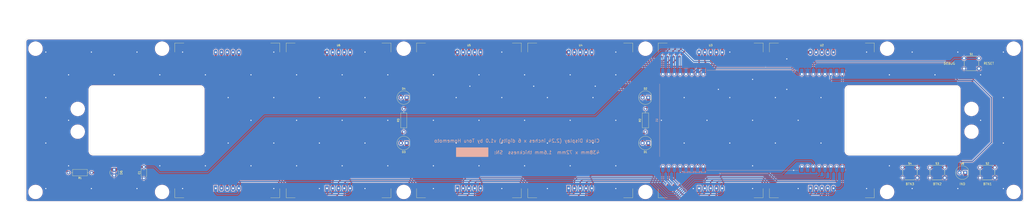
<source format=kicad_pcb>
(kicad_pcb (version 20241229) (generator "pcbnew") (generator_version "9.0")
  (title_block (title "LTE Clock"))
  (layers (0 "F.Cu" signal) (2 "B.Cu" signal) (5 "F.SilkS" user "F.Silkscreen") (7 "B.SilkS" user "B.Silkscreen") (1 "F.Mask" user) (3 "B.Mask" user) (25 "Edge.Cuts" user))
  (net 0 "")
  (net 1 "/lux_sense")
  (net 2 "/colon_0")
  (net 3 "/colon_1")
  (net 4 "/led_0")
  (net 6 "/nRESET")
  (net 7 "+3V3")
  (net 8 "GND")
  (net 9 "/sw_0")
  (net 10 "/sw_1")
  (net 11 "/sw_2")
  (net 12 "/digit_0")
  (net 13 "/segment_dp")
  (net 14 "/segment_e")
  (net 15 "Net-(D1-A)")
  (net 16 "/digit_1")
  (net 17 "/digit_3")
  (net 18 "/digit_5")
  (net 19 "/segment_d")
  (net 20 "/digit_4")
  (net 21 "/digit_2")
  (net 22 "/segment_g")
  (net 23 "/segment_f")
  (net 24 "/segment_c")
  (net 25 "/segment_b")
  (net 26 "/segment_a")
  (net 27 "+5V")
  (net 28 "Net-(D3-A)")
  (net 35 "Net-(D2-K)")
  (net 36 "Net-(D4-K)")
  (footprint "00_custom_lib:MountingHole_3.2mm_M3" (layer "F.Cu") (at 54.5 117.5)
    (property "Reference" "H112" (hide yes))
    (property "Value" "MountingHole" (hide yes))
  )
  (footprint "00_custom_lib:MountingHole_3.2mm_M3" (layer "F.Cu") (at 110 117.5)
    (property "Reference" "H110" (hide yes))
    (property "Value" "MountingHole" (hide yes))
  )
  (footprint "00_custom_lib:OS5REA51A5A" (layer "F.Cu") (at 461 109 180)
    (property "Reference" "D5")
    (property "Value" "OS5REA51A5A")
  )
  (footprint "00_custom_lib:A-2301SRD-A" (layer "F.Cu") (at 350.6 86)
    (property "Reference" "U3")
    (property "Value" "A-2301SRD-A")
  )
  (footprint "00_custom_lib:MFR-25FTE52-120R" (layer "F.Cu") (at 216 91.08 90)
    (property "Reference" "R3")
    (property "Value" "MFR-25FTE52-120R")
  )
  (footprint "00_custom_lib:OS5REA51A5A" (layer "F.Cu") (at 216 76 180)
    (property "Reference" "D4")
    (property "Value" "OS5REA51A5A")
  )
  (footprint "00_custom_lib:1825910-7" (layer "F.Cu") (at 465 61 180)
    (property "Reference" "S1")
    (property "Value" "1825910-7")
  )
  (footprint "00_custom_lib:MountingHole_3.2mm_M3" (layer "F.Cu") (at 465 81)
    (property "Reference" "H113" (hide yes))
    (property "Value" "MountingHole" (hide yes))
  )
  (footprint "00_custom_lib:MountingHole_3.2mm_M3" (layer "F.Cu") (at 428 117.5)
    (property "Reference" "H104" (hide yes))
    (property "Value" "MountingHole" (hide yes))
  )
  (footprint "00_custom_lib:MountingHole_3.2mm_M3" (layer "F.Cu") (at 73 91)
    (property "Reference" "H116" (hide yes))
    (property "Value" "MountingHole" (hide yes))
  )
  (footprint "00_custom_lib:1825910-7" (layer "F.Cu") (at 438 109 180)
    (property "Reference" "S4")
    (property "Value" "1825910-7")
  )
  (footprint "00_custom_lib:A-2301SRD-A" (layer "F.Cu") (at 138.6 86)
    (property "Reference" "U7" (hide yes))
    (property "Value" "A-2301SRD-A")
  )
  (footprint "00_custom_lib:OS5REA51A5A" (layer "F.Cu") (at 322 96 180)
    (property "Reference" "D1")
    (property "Value" "OS5REA51A5A")
  )
  (footprint "00_custom_lib:1825910-7" (layer "F.Cu") (at 450 109 180)
    (property "Reference" "S3")
    (property "Value" "1825910-7")
  )
  (footprint "00_custom_lib:A-2301SRD-A" (layer "F.Cu") (at 293.4 86)
    (property "Reference" "U4")
    (property "Value" "A-2301SRD-A")
  )
  (footprint "00_custom_lib:MountingHole_3.2mm_M3" (layer "F.Cu") (at 216 117.5)
    (property "Reference" "H106" (hide yes))
    (property "Value" "MountingHole" (hide yes))
  )
  (footprint "00_custom_lib:MountingHole_3.2mm_M3" (layer "F.Cu") (at 465 91)
    (property "Reference" "H114" (hide yes))
    (property "Value" "MountingHole" (hide yes))
  )
  (footprint "00_custom_lib:OS5REA51A5A" (layer "F.Cu") (at 216 96 180)
    (property "Reference" "D3")
    (property "Value" "OS5REA51A5A")
  )
  (footprint "00_custom_lib:MountingHole_3.2mm_M3" (layer "F.Cu") (at 483.5 54.5)
    (property "Reference" "H101" (hide yes))
    (property "Value" "MountingHole" (hide yes))
  )
  (footprint "00_custom_lib:MountingHole_3.2mm_M3" (layer "F.Cu") (at 73 81)
    (property "Reference" "H115" (hide yes))
    (property "Value" "MountingHole" (hide yes))
  )
  (footprint "00_custom_lib:FA28X7R1H104KNT00" (layer "F.Cu") (at 102 109 90)
    (property "Reference" "C1")
    (property "Value" "FA28X7R1H104KNT00")
  )
  (footprint "00_custom_lib:OS5REA51A5A" (layer "F.Cu") (at 322 76 180)
    (property "Reference" "D2")
    (property "Value" "OS5REA51A5A")
  )
  (footprint "00_custom_lib:1825910-7" (layer "F.Cu") (at 472 109 180)
    (property "Reference" "S2")
    (property "Value" "1825910-7")
  )
  (footprint "00_custom_lib:MountingHole_3.2mm_M3" (layer "F.Cu") (at 428 54.5)
    (property "Reference" "H103" (hide yes))
    (property "Value" "MountingHole" (hide yes))
  )
  (footprint "00_custom_lib:MFR-25FRF52-100K" (layer "F.Cu") (at 79.08 109 180)
    (property "Reference" "R1")
    (property "Value" "MFR-25FRF52-100K")
  )
  (footprint "00_custom_lib:MountingHole_3.2mm_M3" (layer "F.Cu") (at 322 117.5)
    (property "Reference" "H108" (hide yes))
    (property "Value" "MountingHole" (hide yes))
  )
  (footprint "00_custom_lib:A-2301SRD-A" (layer "F.Cu") (at 187.4 86)
    (property "Reference" "U6")
    (property "Value" "A-2301SRD-A")
  )
  (footprint "00_custom_lib:NJL7502L" (layer "F.Cu") (at 89 109 -90)
    (property "Reference" "D6")
    (property "Value" "NJL7502L")
  )
  (footprint "00_custom_lib:MountingHole_3.2mm_M3" (layer "F.Cu") (at 483.5 117.5)
    (property "Reference" "H102" (hide yes))
    (property "Value" "MountingHole" (hide yes))
  )
  (footprint "00_custom_lib:A-2301SRD-A" (layer "F.Cu") (at 244.6 86)
    (property "Reference" "U5")
    (property "Value" "A-2301SRD-A")
  )
  (footprint "00_custom_lib:MFR-25FTE52-120R" (layer "F.Cu") (at 322 91.08 90)
    (property "Reference" "R2")
    (property "Value" "MFR-25FTE52-120R")
  )
  (footprint "00_custom_lib:MountingHole_3.2mm_M3" (layer "F.Cu") (at 110 54.5)
    (property "Reference" "H109" (hide yes))
    (property "Value" "MountingHole" (hide yes))
  )
  (footprint "00_custom_lib:MountingHole_3.2mm_M3" (layer "F.Cu") (at 216 54.5)
    (property "Reference" "H107" (hide yes))
    (property "Value" "MountingHole" (hide yes))
  )
  (footprint "00_custom_lib:A-2301SRD-A" (layer "F.Cu") (at 399.4 86)
    (property "Reference" "U2")
    (property "Value" "A-2301SRD-A")
  )
  (footprint "00_custom_lib:MountingHole_3.2mm_M3" (layer "F.Cu") (at 54.5 54.5)
    (property "Reference" "H111" (hide yes))
    (property "Value" "MountingHole" (hide yes))
  )
  (footprint "00_custom_lib:MountingHole_3.2mm_M3" (layer "F.Cu") (at 322 54.5)
    (property "Reference" "H105" (hide yes))
    (property "Value" "MountingHole" (hide yes))
  )
  (footprint "00_custom_lib:SEGM_DRIVER_ACOM_Pico" (layer "B.Cu") (at 369 86 90)
    (property "Reference" "U1")
    (property "Value" "SEGM_DRIVER_ACOM_PICO")
  )
  (gr_rect (start 239 98) (end 253 102) (stroke (width 0.15)) (fill yes) (layer "B.SilkS"))
  (gr_line (start 79.7 101) (end 126.7 101) (stroke (width 0.1)) (layer "Edge.Cuts"))
  (gr_line (start 459.8 99.5) (end 459.8 72.5) (stroke (width 0.1)) (layer "Edge.Cuts"))
  (gr_arc (start 486.5 50) (mid 487.56066 50.43934) (end 488 51.5) (stroke (width 0.1)) (layer "Edge.Cuts"))
  (gr_arc (start 79.7 101) (mid 78.63934 100.56066) (end 78.2 99.5) (stroke (width 0.1)) (layer "Edge.Cuts"))
  (gr_line (start 79.7 71) (end 126.7 71) (stroke (width 0.1)) (layer "Edge.Cuts"))
  (gr_arc (start 51.5 122) (mid 50.43934 121.56066) (end 50 120.5) (stroke (width 0.1)) (layer "Edge.Cuts"))
  (gr_arc (start 50 51.5) (mid 50.43934 50.43934) (end 51.5 50) (stroke (width 0.1)) (layer "Edge.Cuts"))
  (gr_arc (start 411.3 101) (mid 410.23934 100.56066) (end 409.8 99.5) (stroke (width 0.1)) (layer "Edge.Cuts"))
  (gr_line (start 50 51.5) (end 50 120.5) (stroke (width 0.1)) (layer "Edge.Cuts"))
  (gr_line (start 411.3 71) (end 458.3 71) (stroke (width 0.1)) (layer "Edge.Cuts"))
  (gr_arc (start 126.7 71) (mid 127.76066 71.43934) (end 128.2 72.5) (stroke (width 0.1)) (layer "Edge.Cuts"))
  (gr_arc (start 409.8 72.5) (mid 410.23934 71.43934) (end 411.3 71) (stroke (width 0.1)) (layer "Edge.Cuts"))
  (gr_line (start 411.3 101) (end 458.3 101) (stroke (width 0.1)) (layer "Edge.Cuts"))
  (gr_arc (start 78.2 72.5) (mid 78.63934 71.43934) (end 79.7 71) (stroke (width 0.1)) (layer "Edge.Cuts"))
  (gr_line (start 128.2 99.5) (end 128.2 72.5) (stroke (width 0.1)) (layer "Edge.Cuts"))
  (gr_arc (start 459.8 99.5) (mid 459.36066 100.56066) (end 458.3 101) (stroke (width 0.1)) (layer "Edge.Cuts"))
  (gr_line (start 78.2 99.5) (end 78.2 72.5) (stroke (width 0.1)) (layer "Edge.Cuts"))
  (gr_line (start 51.5 122) (end 486.5 122) (stroke (width 0.1)) (layer "Edge.Cuts"))
  (gr_line (start 486.5 50) (end 51.5 50) (stroke (width 0.1)) (layer "Edge.Cuts"))
  (gr_line (start 409.8 99.5) (end 409.8 72.5) (stroke (width 0.1)) (layer "Edge.Cuts"))
  (gr_arc (start 458.3 71) (mid 459.36066 71.43934) (end 459.8 72.5) (stroke (width 0.1)) (layer "Edge.Cuts"))
  (gr_arc (start 128.2 99.5) (mid 127.76066 100.56066) (end 126.7 101) (stroke (width 0.1)) (layer "Edge.Cuts"))
  (gr_arc (start 488 120.5) (mid 487.56066 121.56066) (end 486.5 122) (stroke (width 0.1)) (layer "Edge.Cuts"))
  (gr_line (start 488 120.5) (end 488 51.5) (stroke (width 0.1)) (layer "Edge.Cuts"))
  (gr_text "RESET" (at 472.6 61 0) (layer "F.SilkS") (effects (font (size 1 1))))
  (gr_text "IND" (at 461 114 0) (layer "F.SilkS") (effects (font (size 1 1))))
  (gr_text "BTN1" (at 472 114 0) (layer "F.SilkS") (effects (font (size 1 1))))
  (gr_text "BTN3" (at 438 114 0) (layer "F.SilkS") (effects (font (size 1 1))))
  (gr_text "DEBUG" (at 455.3 61 0) (layer "F.SilkS") (effects (font (size 1 1))))
  (gr_text "BTN2" (at 450 114 0) (layer "F.SilkS") (effects (font (size 1 1))))
  (gr_text "Clock Display (2.24 inches x 6 digits) v1.0 by Toru Homemoto" (at 302 95 0) (layer "B.SilkS") (effects (font (size 1.5 1.5) (thickness 0.2)) (justify left mirror)))
  (gr_text "438mm x 72mm  1.6mm thickness  SN:" (at 302 101 0) (layer "B.SilkS") (effects (font (size 1.5 1.5) (thickness 0.2)) (justify left bottom mirror)))
  (segment (start 79.08 109) (end 83.2 109) (width 0.5) (layer "F.Cu") (net 1))
  (segment (start 84.47 107.73) (end 89 107.73) (width 0.5) (layer "F.Cu") (net 1))
  (segment (start 97.4 106.5) (end 102 106.5) (width 0.5) (layer "F.Cu") (net 1))
  (segment (start 83.2 109) (end 84.47 107.73) (width 0.5) (layer "F.Cu") (net 1))
  (segment (start 96.17 107.73) (end 97.4 106.5) (width 0.5) (layer "F.Cu") (net 1))
  (segment (start 89 107.73) (end 96.17 107.73) (width 0.5) (layer "F.Cu") (net 1))
  (segment (start 386.1 63.1) (end 388.68 65.68) (width 0.5) (layer "B.Cu") (net 1))
  (segment (start 343.2 60.1) (end 350.2 60.1) (width 0.5) (layer "B.Cu") (net 1))
  (segment (start 353.2 63.1) (end 386.1 63.1) (width 0.5) (layer "B.Cu") (net 1))
  (segment (start 102 106.5) (end 106.5 106.5) (width 0.5) (layer "B.Cu") (net 1))
  (segment (start 299.9 84) (end 328.8 55.1) (width 0.5) (layer "B.Cu") (net 1))
  (segment (start 350.2 60.1) (end 353.2 63.1) (width 0.5) (layer "B.Cu") (net 1))
  (segment (start 338.2 55.1) (end 343.2 60.1) (width 0.5) (layer "B.Cu") (net 1))
  (segment (start 388.68 65.68) (end 390.59 65.68) (width 0.5) (layer "B.Cu") (net 1))
  (segment (start 328.8 55.1) (end 338.2 55.1) (width 0.5) (layer "B.Cu") (net 1))
  (segment (start 155 84) (end 299.6 84) (width 0.5) (layer "B.Cu") (net 1))
  (segment (start 106.5 106.5) (end 109 109) (width 0.5) (layer "B.Cu") (net 1))
  (segment (start 109 109) (end 130 109) (width 0.5) (layer "B.Cu") (net 1))
  (segment (start 130 109) (end 155 84) (width 0.5) (layer "B.Cu") (net 1))
  (segment (start 323.27 99.17) (end 323.27 96) (width 0.5) (layer "F.Cu") (net 2))
  (segment (start 346.4 100.3) (end 324.4 100.3) (width 0.5) (layer "F.Cu") (net 2))
  (segment (start 347.41 101.31) (end 346.4 100.3) (width 0.5) (layer "F.Cu") (net 2))
  (segment (start 347.41 106.32) (end 347.41 101.31) (width 0.5) (layer "F.Cu") (net 2))
  (segment (start 324.4 100.3) (end 323.27 99.17) (width 0.5) (layer "F.Cu") (net 2))
  (segment (start 344.87 106.32) (end 344.87 101.87) (width 0.5) (layer "F.Cu") (net 3))
  (segment (start 344.1 101.1) (end 218.2 101.1) (width 0.5) (layer "F.Cu") (net 3))
  (segment (start 217.27 100.17) (end 217.27 96) (width 0.5) (layer "F.Cu") (net 3))
  (segment (start 344.87 101.87) (end 344.1 101.1) (width 0.5) (layer "F.Cu") (net 3))
  (segment (start 218.2 101.1) (end 217.27 100.17) (width 0.5) (layer "F.Cu") (net 3))
  (segment (start 430 112.9) (end 435.1 118) (width 0.5) (layer "F.Cu") (net 4))
  (segment (start 337.25 108.25) (end 338.1 109.1) (width 0.5) (layer "F.Cu") (net 4))
  (segment (start 338.1 109.1) (end 376.05 109.1) (width 0.5) (layer "F.Cu") (net 4))
  (segment (start 462.27 112.13) (end 462.27 109) (width 0.5) (layer "F.Cu") (net 4))
  (segment (start 457.8 114.5) (end 459.9 114.5) (width 0.5) (layer "F.Cu") (net 4))
  (segment (start 435.1 118) (end 454.3 118) (width 0.5) (layer "F.Cu") (net 4))
  (segment (start 459.9 114.5) (end 462.27 112.13) (width 0.5) (layer "F.Cu") (net 4))
  (segment (start 379.85 112.9) (end 430 112.9) (width 0.5) (layer "F.Cu") (net 4))
  (segment (start 337.25 106.32) (end 337.25 108.25) (width 0.5) (layer "F.Cu") (net 4))
  (segment (start 454.3 118) (end 457.8 114.5) (width 0.5) (layer "F.Cu") (net 4))
  (segment (start 376.05 109.1) (end 379.85 112.9) (width 0.5) (layer "F.Cu") (net 4))
  (segment (start 455.9 60.3) (end 457.45 58.75) (width 0.5) (layer "B.Cu") (net 6))
  (segment (start 396.9 60.3) (end 455.9 60.3) (width 0.5) (layer "B.Cu") (net 6))
  (segment (start 395.67 61.53) (end 396.9 60.3) (width 0.5) (layer "B.Cu") (net 6))
  (segment (start 461.75 58.75) (end 468.25 58.75) (width 0.5) (layer "B.Cu") (net 6))
  (segment (start 395.67 65.68) (end 395.67 61.53) (width 0.5) (layer "B.Cu") (net 6))
  (segment (start 457.45 58.75) (end 461.75 58.75) (width 0.5) (layer "B.Cu") (net 6))
  (segment (start 403.29 65.68) (end 403.29 70.01) (width 0.5) (layer "F.Cu") (net 7))
  (segment (start 67 62) (end 64.3 64.7) (width 0.5) (layer "F.Cu") (net 7))
  (segment (start 130 62) (end 67 62) (width 0.5) (layer "F.Cu") (net 7))
  (segment (start 402.4 70.9) (end 327.5 70.9) (width 0.5) (layer "F.Cu") (net 7))
  (segment (start 403.29 70.01) (end 402.4 70.9) (width 0.5) (layer "F.Cu") (net 7))
  (segment (start 64.3 64.7) (end 64.3 104.38) (width 0.5) (layer "F.Cu") (net 7))
  (segment (start 137.5 69.5) (end 130 62) (width 0.5) (layer "F.Cu") (net 7))
  (segment (start 327.5 70.9) (end 326.1 69.5) (width 0.5) (layer "F.Cu") (net 7))
  (segment (start 326.1 69.5) (end 137.5 69.5) (width 0.5) (layer "F.Cu") (net 7))
  (segment (start 64.3 104.38) (end 68.92 109) (width 0.5) (layer "F.Cu") (net 7))
  (segment (start 403.29 67.69) (end 404 68.4) (width 0.5) (layer "B.Cu") (net 7))
  (segment (start 466.2 68.4) (end 473.8 76) (width 0.5) (layer "B.Cu") (net 7))
  (segment (start 403.29 65.68) (end 403.29 67.69) (width 0.5) (layer "B.Cu") (net 7))
  (segment (start 473.8 76) (end 473.8 95.7) (width 0.5) (layer "B.Cu") (net 7))
  (segment (start 461 104) (end 459.73 105.27) (width 0.5) (layer "B.Cu") (net 7))
  (segment (start 404 68.4) (end 466.2 68.4) (width 0.5) (layer "B.Cu") (net 7))
  (segment (start 473.8 95.7) (end 465.5 104) (width 0.5) (layer "B.Cu") (net 7))
  (segment (start 459.73 105.27) (end 459.73 109) (width 0.5) (layer "B.Cu") (net 7))
  (segment (start 465.5 104) (end 461 104) (width 0.5) (layer "B.Cu") (net 7))
  (via (at 369 106) (size 1) (drill 0.5) (layers "F.Cu" "B.Cu") (net 8))
  (via (at 269 66) (size 1) (drill 0.5) (layers "F.Cu" "B.Cu") (net 8))
  (via (at 469 66) (size 1) (drill 0.5) (layers "F.Cu" "B.Cu") (net 8))
  (via (at 259 56) (size 1) (drill 0.5) (layers "F.Cu" "B.Cu") (net 8))
  (via (at 389 86) (size 1) (drill 0.5) (layers "F.Cu" "B.Cu") (net 8))
  (via (at 309 56) (size 1) (drill 0.5) (layers "F.Cu" "B.Cu") (net 8))
  (via (at 119 56) (size 1) (drill 0.5) (layers "F.Cu" "B.Cu") (net 8))
  (via (at 149 86) (size 1) (drill 0.5) (layers "F.Cu" "B.Cu") (net 8))
  (via (at 479 116) (size 1) (drill 0.5) (layers "F.Cu" "B.Cu") (net 8))
  (via (at 169 86) (size 1) (drill 0.5) (layers "F.Cu" "B.Cu") (net 8))
  (via (at 159 76) (size 1) (drill 0.5) (layers "F.Cu" "B.Cu") (net 8))
  (via (at 459 56) (size 1) (drill 0.5) (layers "F.Cu" "B.Cu") (net 8))
  (via (at 309 106) (size 1) (drill 0.5) (layers "F.Cu" "B.Cu") (net 8))
  (via (at 139 96) (size 1) (drill 0.5) (layers "F.Cu" "B.Cu") (net 8))
  (via (at 479 76) (size 1) (drill 0.5) (layers "F.Cu" "B.Cu") (net 8))
  (via (at 289 106) (size 1) (drill 0.5) (layers "F.Cu" "B.Cu") (net 8))
  (via (at 399 76) (size 1) (drill 0.5) (layers "F.Cu" "B.Cu") (net 8))
  (via (at 359 56) (size 1) (drill 0.5) (layers "F.Cu" "B.Cu") (net 8))
  (via (at 199 76) (size 1) (drill 0.5) (layers "F.Cu" "B.Cu") (net 8))
  (via (at 469 86) (size 1) (drill 0.5) (layers "F.Cu" "B.Cu") (net 8))
  (via (at 273 71) (size 1) (drill 0.5) (layers "F.Cu" "B.Cu") (net 8))
  (via (at 89 66) (size 1) (drill 0.5) (layers "F.Cu" "B.Cu") (net 8))
  (via (at 159 56) (size 1) (drill 0.5) (layers "F.Cu" "B.Cu") (net 8))
  (via (at 199 96) (size 1) (drill 0.5) (layers "F.Cu" "B.Cu") (net 8))
  (via (at 229 66) (size 1) (drill 0.5) (layers "F.Cu" "B.Cu") (net 8))
  (via (at 99 56) (size 1) (drill 0.5) (layers "F.Cu" "B.Cu") (net 8))
  (via (at 269 106) (size 1) (drill 0.5) (layers "F.Cu" "B.Cu") (net 8))
  (via (at 279 96) (size 1) (drill 0.5) (layers "F.Cu" "B.Cu") (net 8))
  (via (at 354 72.4) (size 1) (drill 0.5) (layers "F.Cu" "B.Cu") (net 8))
  (via (at 129 66) (size 1) (drill 0.5) (layers "F.Cu" "B.Cu") (net 8))
  (via (at 59 56) (size 1) (drill 0.5) (layers "F.Cu" "B.Cu") (net 8))
  (via (at 189 106) (size 1) (drill 0.5) (layers "F.Cu" "B.Cu") (net 8))
  (via (at 179 116) (size 1) (drill 0.5) (layers "F.Cu" "B.Cu") (net 8))
  (via (at 339 76) (size 1) (drill 0.5) (layers "F.Cu" "B.Cu") (net 8))
  (via (at 299 96) (size 1) (drill 0.5) (layers "F.Cu" "B.Cu") (net 8))
  (via (at 439 116) (size 1) (drill 0.5) (layers "F.Cu" "B.Cu") (net 8))
  (via (at 159 96) (size 1) (drill 0.5) (layers "F.Cu" "B.Cu") (net 8))
  (via (at 399 96) (size 1) (drill 0.5) (layers "F.Cu" "B.Cu") (net 8))
  (via (at 209 66) (size 1) (drill 0.5) (layers "F.Cu" "B.Cu") (net 8))
  (via (at 119 116) (size 1) (drill 0.5) (layers "F.Cu" "B.Cu") (net 8))
  (via (at 229 116) (size 1) (drill 0.5) (layers "F.Cu" "B.Cu") (net 8))
  (via (at 429 66) (size 1) (drill 0.5) (layers "F.Cu" "B.Cu") (net 8))
  (via (at 189 86) (size 1) (drill 0.5) (layers "F.Cu" "B.Cu") (net 8))
  (via (at 179 76) (size 1) (drill 0.5) (layers "F.Cu" "B.Cu") (net 8))
  (via (at 99 116) (size 1) (drill 0.5) (layers "F.Cu" "B.Cu") (net 8))
  (via (at 459 116) (size 1) (drill 0.5) (layers "F.Cu" "B.Cu") (net 8))
  (via (at 429 106) (size 1) (drill 0.5) (layers "F.Cu" "B.Cu") (net 8))
  (via (at 69 106) (size 1) (drill 0.5) (layers "F.Cu" "B.Cu") (net 8))
  (via (at 309 66) (size 1) (drill 0.5) (layers "F.Cu" "B.Cu") (net 8))
  (via (at 439 56) (size 1) (drill 0.5) (layers "F.Cu" "B.Cu") (net 8))
  (via (at 389 116) (size 1) (drill 0.5) (layers "F.Cu" "B.Cu") (net 8))
  (via (at 239 96) (size 1) (drill 0.5) (layers "F.Cu" "B.Cu") (net 8))
  (via (at 189 66) (size 1) (drill 0.5) (layers "F.Cu" "B.Cu") (net 8))
  (via (at 379 76) (size 1) (drill 0.5) (layers "F.Cu" "B.Cu") (net 8))
  (via (at 299 76) (size 1) (drill 0.5) (layers "F.Cu" "B.Cu") (net 8))
  (via (at 369 116) (size 1) (drill 0.5) (layers "F.Cu" "B.Cu") (net 8))
  (via (at 179 96) (size 1) (drill 0.5) (layers "F.Cu" "B.Cu") (net 8))
  (via (at 129 106) (size 1) (drill 0.5) (layers "F.Cu" "B.Cu") (net 8))
  (via (at 384 59) (size 1) (drill 0.5) (layers "F.Cu" "B.Cu") (net 8))
  (via (at 329 86) (size 1) (drill 0.5) (layers "F.Cu" "B.Cu") (net 8))
  (via (at 229 106) (size 1) (drill 0.5) (layers "F.Cu" "B.Cu") (net 8))
  (via (at 479 56) (size 1) (drill 0.5) (layers "F.Cu" "B.Cu") (net 8))
  (via (at 169 106) (size 1) (drill 0.5) (layers "F.Cu" "B.Cu") (net 8))
  (via (at 300 71) (size 1) (drill 0.5) (layers "F.Cu" "B.Cu") (net 8))
  (via (at 309 116) (size 1) (drill 0.5) (layers "F.Cu" "B.Cu") (net 8))
  (via (at 149 106) (size 1) (drill 0.5) (layers "F.Cu" "B.Cu") (net 8))
  (via (at 199 56) (size 1) (drill 0.5) (layers "F.Cu" "B.Cu") (net 8))
  (via (at 419 56) (size 1) (drill 0.5) (layers "F.Cu" "B.Cu") (net 8))
  (via (at 419 116) (size 1) (drill 0.5) (layers "F.Cu" "B.Cu") (net 8))
  (via (at 309 86) (size 1) (drill 0.5) (layers "F.Cu" "B.Cu") (net 8))
  (via (at 149 66) (size 1) (drill 0.5) (layers "F.Cu" "B.Cu") (net 8))
  (via (at 199 116) (size 1) (drill 0.5) (layers "F.Cu" "B.Cu") (net 8))
  (via (at 369 68) (size 1) (drill 0.5) (layers "F.Cu" "B.Cu") (net 8))
  (via (at 245 71) (size 1) (drill 0.5) (layers "F.Cu" "B.Cu") (net 8))
  (via (at 239 76) (size 1) (drill 0.5) (layers "F.Cu" "B.Cu") (net 8))
  (via (at 359 76) (size 1) (drill 0.5) (layers "F.Cu" "B.Cu") (net 8))
  (via (at 259 76) (size 1) (drill 0.5) (layers "F.Cu" "B.Cu") (net 8))
  (via (at 209 106) (size 1) (drill 0.5) (layers "F.Cu" "B.Cu") (net 8))
  (via (at 249 106) (size 1) (drill 0.5) (layers "F.Cu" "B.Cu") (net 8))
  (via (at 279 116) (size 1) (drill 0.5) (layers "F.Cu" "B.Cu") (net 8))
  (via (at 369 86) (size 1) (drill 0.5) (layers "F.Cu" "B.Cu") (net 8))
  (via (at 384 72.4) (size 1) (drill 0.5) (layers "F.Cu" "B.Cu") (net 8))
  (via (at 109 106) (size 1) (drill 0.5) (layers "F.Cu" "B.Cu") (net 8))
  (via (at 59 96) (size 1) (drill 0.5) (layers "F.Cu" "B.Cu") (net 8))
  (via (at 289 66) (size 1) (drill 0.5) (layers "F.Cu" "B.Cu") (net 8))
  (via (at 359 96) (size 1) (drill 0.5) (layers "F.Cu" "B.Cu") (net 8))
  (via (at 289 86) (size 1) (drill 0.5) (layers "F.Cu" "B.Cu") (net 8))
  (via (at 379 96) (size 1) (drill 0.5) (layers "F.Cu" "B.Cu") (net 8))
  (via (at 343 116) (size 1) (drill 0.5) (layers "F.Cu" "B.Cu") (net 8))
  (via (at 269 86) (size 1) (drill 0.5) (layers "F.Cu" "B.Cu") (net 8))
  (via (at 349 86) (size 1) (drill 0.5) (layers "F.Cu" "B.Cu") (net 8))
  (via (at 259 96) (size 1) (drill 0.5) (layers "F.Cu" "B.Cu") (net 8))
  (via (at 249 86) (size 1) (drill 0.5) (layers "F.Cu" "B.Cu") (net 8))
  (via (at 479 96) (size 1) (drill 0.5) (layers "F.Cu" "B.Cu") (net 8))
  (via (at 69 86) (size 1) (drill 0.5) (layers "F.Cu" "B.Cu") (net 8))
  (via (at 59 76) (size 1) (drill 0.5) (layers "F.Cu" "B.Cu") (net 8))
  (via (at 159 116) (size 1) (drill 0.5) (layers "F.Cu" "B.Cu") (net 8))
  (via (at 387 108) (size 1) (drill 0.5) (layers "F.Cu" "B.Cu") (net 8))
  (via (at 169 66) (size 1) (drill 0.5) (layers "F.Cu" "B.Cu") (net 8))
  (via (at 79 56) (size 1) (drill 0.5) (layers "F.Cu" "B.Cu") (net 8))
  (via (at 59 116) (size 1) (drill 0.5) (layers "F.Cu" "B.Cu") (net 8))
  (via (at 79 116) (size 1) (drill 0.5) (layers "F.Cu" "B.Cu") (net 8))
  (via (at 109 66) (size 1) (drill 0.5) (layers "F.Cu" "B.Cu") (net 8))
  (via (at 449 66) (size 1) (drill 0.5) (layers "F.Cu" "B.Cu") (net 8))
  (via (at 209 86) (size 1) (drill 0.5) (layers "F.Cu" "B.Cu") (net 8))
  (via (at 279 76) (size 1) (drill 0.5) (layers "F.Cu" "B.Cu") (net 8))
  (via (at 229 86) (size 1) (drill 0.5) (layers "F.Cu" "B.Cu") (net 8))
  (via (at 139 76) (size 1) (drill 0.5) (layers "F.Cu" "B.Cu") (net 8))
  (via (at 69 66) (size 1) (drill 0.5) (layers "F.Cu" "B.Cu") (net 8))
  (via (at 259 116) (size 1) (drill 0.5) (layers "F.Cu" "B.Cu") (net 8))
  (via (at 249 66) (size 1) (drill 0.5) (layers "F.Cu" "B.Cu") (net 8))
  (via (at 339 96) (size 1) (drill 0.5) (layers "F.Cu" "B.Cu") (net 8))
  (segment (start 459.999 66.899) (end 465.899 66.899) (width 0.5) (layer "F.Cu") (net 9))
  (segment (start 344.909 63.101) (end 385.999 63.101) (width 0.5) (layer "F.Cu") (net 9))
  (segment (start 475.25 103.55) (end 475.25 106.75) (width 0.5) (layer "F.Cu") (net 9))
  (segment (start 474.6 102.9) (end 475.25 103.55) (width 0.5) (layer "F.Cu") (net 9))
  (segment (start 468.75 106.75) (end 475.25 106.75) (width 0.5) (layer "F.Cu") (net 9))
  (segment (start 453.4 60.3) (end 459.999 66.899) (width 0.5) (layer "F.Cu") (net 9))
  (segment (start 385.999 63.101) (end 388.8 60.3) (width 0.5) (layer "F.Cu") (net 9))
  (segment (start 474.6 75.6) (end 474.6 102.9) (width 0.5) (layer "F.Cu") (net 9))
  (segment (start 342.33 65.68) (end 344.909 63.101) (width 0.5) (layer "F.Cu") (net 9))
  (segment (start 388.8 60.3) (end 453.4 60.3) (width 0.5) (layer "F.Cu") (net 9))
  (segment (start 465.899 66.899) (end 474.6 75.6) (width 0.5) (layer "F.Cu") (net 9))
  (segment (start 453.001 61.101) (end 459.6 67.7) (width 0.5) (layer "F.Cu") (net 10))
  (segment (start 459.6 67.7) (end 465.5 67.7) (width 0.5) (layer "F.Cu") (net 10))
  (segment (start 465.5 67.7) (end 473.799 75.999) (width 0.5) (layer "F.Cu") (net 10))
  (segment (start 346.648 63.902) (end 386.399 63.902) (width 0.5) (layer "F.Cu") (net 10))
  (segment (start 456 104) (end 453.25 106.75) (width 0.5) (layer "F.Cu") (net 10))
  (segment (start 386.399 63.902) (end 389.2 61.101) (width 0.5) (layer "F.Cu") (net 10))
  (segment (start 389.2 61.101) (end 453.001 61.101) (width 0.5) (layer "F.Cu") (net 10))
  (segment (start 473.799 95.701) (end 465.5 104) (width 0.5) (layer "F.Cu") (net 10))
  (segment (start 473.799 75.999) (end 473.799 95.701) (width 0.5) (layer "F.Cu") (net 10))
  (segment (start 446.75 106.75) (end 453.25 106.75) (width 0.5) (layer "F.Cu") (net 10))
  (segment (start 344.87 65.68) (end 346.648 63.902) (width 0.5) (layer "F.Cu") (net 10))
  (segment (start 465.5 104) (end 456 104) (width 0.5) (layer "F.Cu") (net 10))
  (segment (start 444.8 103.2) (end 441.25 106.75) (width 0.5) (layer "F.Cu") (net 11))
  (segment (start 386.799 64.703) (end 389.6 61.902) (width 0.5) (layer "F.Cu") (net 11))
  (segment (start 452.602 61.902) (end 459.2 68.5) (width 0.5) (layer "F.Cu") (net 11))
  (segment (start 348.387 64.703) (end 386.799 64.703) (width 0.5) (layer "F.Cu") (net 11))
  (segment (start 459.2 68.5) (end 465.1 68.5) (width 0.5) (layer "F.Cu") (net 11))
  (segment (start 389.6 61.902) (end 452.602 61.902) (width 0.5) (layer "F.Cu") (net 11))
  (segment (start 465.1 68.5) (end 472.998 76.398) (width 0.5) (layer "F.Cu") (net 11))
  (segment (start 434.75 106.75) (end 441.25 106.75) (width 0.5) (layer "F.Cu") (net 11))
  (segment (start 465.101 103.199) (end 455.668214 103.199) (width 0.5) (layer "F.Cu") (net 11))
  (segment (start 455.667215 103.2) (end 444.8 103.2) (width 0.5) (layer "F.Cu") (net 11))
  (segment (start 347.41 65.68) (end 348.387 64.703) (width 0.5) (layer "F.Cu") (net 11))
  (segment (start 472.998 95.302) (end 465.101 103.199) (width 0.5) (layer "F.Cu") (net 11))
  (segment (start 455.668214 103.199) (end 455.667215 103.2) (width 0.5) (layer "F.Cu") (net 11))
  (segment (start 472.998 76.398) (end 472.998 95.302) (width 0.5) (layer "F.Cu") (net 11))
  (segment (start 408.37 106.32) (end 408.37 114.73) (width 0.5) (layer "B.Cu") (net 12))
  (segment (start 408.37 114.73) (end 407.2 115.9) (width 0.5) (layer "B.Cu") (net 12))
  (segment (start 394.32 117.932) (end 394.988 118.6) (width 0.5) (layer "B.Cu") (net 12))
  (segment (start 407.2 115.9) (end 404.48 115.9) (width 0.5) (layer "B.Cu") (net 12))
  (segment (start 403.812 118.6) (end 394.988 118.6) (width 0.5) (layer "B.Cu") (net 12))
  (segment (start 404.48 115.9) (end 404.48 117.932) (width 0.5) (layer "B.Cu") (net 12))
  (segment (start 404.48 117.932) (end 403.812 118.6) (width 0.5) (layer "B.Cu") (net 12))
  (segment (start 394.32 115.9) (end 394.32 117.932) (width 0.5) (layer "B.Cu") (net 12))
  (segment (start 350.6 59.7) (end 351.6 60.7) (width 0.5) (layer "F.Cu") (net 13))
  (segment (start 188.4 60.7) (end 218.7 60.7) (width 0.5) (layer "F.Cu") (net 13))
  (segment (start 243.9 53.3) (end 244.6 54) (width 0.5) (layer "F.Cu") (net 13))
  (segment (start 350.6 56.1) (end 350.6 59.7) (width 0.5) (layer "F.Cu") (net 13))
  (segment (start 187.4 56.1) (end 187.4 59.7) (width 0.5) (layer "F.Cu") (net 13))
  (segment (start 186.7 53.3) (end 187.4 54) (width 0.5) (layer "F.Cu") (net 13))
  (segment (start 380.9 53.3) (end 398.7 53.3) (width 0.5) (layer "F.Cu") (net 13))
  (segment (start 244.6 54) (end 244.6 56.1) (width 0.5) (layer "F.Cu") (net 13))
  (segment (start 138.6 59.7) (end 139.6 60.7) (width 0.5) (layer "F.Cu") (net 13))
  (segment (start 161.5 60.7) (end 168.9 53.3) (width 0.5) (layer "F.Cu") (net 13))
  (segment (start 187.4 54) (end 187.4 56.1) (width 0.5) (layer "F.Cu") (net 13))
  (segment (start 168.9 53.3) (end 186.7 53.3) (width 0.5) (layer "F.Cu") (net 13))
  (segment (start 350.6 54) (end 350.6 56.1) (width 0.5) (layer "F.Cu") (net 13))
  (segment (start 292.7 53.3) (end 293.4 54) (width 0.5) (layer "F.Cu") (net 13))
  (segment (start 218.7 60.7) (end 226.1 53.3) (width 0.5) (layer "F.Cu") (net 13))
  (segment (start 293.4 59.7) (end 294.4 60.7) (width 0.5) (layer "F.Cu") (net 13))
  (segment (start 274.9 53.3) (end 292.7 53.3) (width 0.5) (layer "F.Cu") (net 13))
  (segment (start 373.5 60.7) (end 380.9 53.3) (width 0.5) (layer "F.Cu") (net 13))
  (segment (start 226.1 53.3) (end 243.9 53.3) (width 0.5) (layer "F.Cu") (net 13))
  (segment (start 349.9 53.3) (end 350.6 54) (width 0.5) (layer "F.Cu") (net 13))
  (segment (start 245.6 60.7) (end 267.5 60.7) (width 0.5) (layer "F.Cu") (net 13))
  (segment (start 398.7 53.3) (end 399.4 54) (width 0.5) (layer "F.Cu") (net 13))
  (segment (start 293.4 54) (end 293.4 56.1) (width 0.5) (layer "F.Cu") (net 13))
  (segment (start 187.4 59.7) (end 188.4 60.7) (width 0.5) (layer "F.Cu") (net 13))
  (segment (start 373.5 60.7) (end 351.6 60.7) (width 0.5) (layer "F.Cu") (net 13))
  (segment (start 139.6 60.7) (end 161.5 60.7) (width 0.5) (layer "F.Cu") (net 13))
  (segment (start 267.5 60.7) (end 274.9 53.3) (width 0.5) (layer "F.Cu") (net 13))
  (segment (start 244.6 56.1) (end 244.6 59.7) (width 0.5) (layer "F.Cu") (net 13))
  (segment (start 138.6 56.1) (end 138.6 59.7) (width 0.5) (layer "F.Cu") (net 13))
  (segment (start 331.51 60.7) (end 338.91 53.3) (width 0.5) (layer "F.Cu") (net 13))
  (segment (start 294.4 60.7) (end 331.51 60.7) (width 0.5) (layer "F.Cu") (net 13))
  (segment (start 293.4 56.1) (end 293.4 59.7) (width 0.5) (layer "F.Cu") (net 13))
  (segment (start 399.4 54) (end 399.4 56.1) (width 0.5) (layer "F.Cu") (net 13))
  (segment (start 244.6 59.7) (end 245.6 60.7) (width 0.5) (layer "F.Cu") (net 13))
  (segment (start 338.91 53.3) (end 349.9 53.3) (width 0.5) (layer "F.Cu") (net 13))
  (via (at 334.71 57.5) (size 1) (drill 0.5) (layers "F.Cu" "B.Cu") (net 13))
  (segment (start 334.71 65.68) (end 334.71 57.5) (width 0.5) (layer "B.Cu") (net 13))
  (segment (start 168.8 118.6) (end 184.1 118.6) (width 0.5) (layer "F.Cu") (net 14))
  (segment (start 184.86 117.84) (end 184.86 115.9) (width 0.5) (layer "F.Cu") (net 14))
  (segment (start 184.86 112.54) (end 184.86 115.9) (width 0.5) (layer "F.Cu") (net 14))
  (segment (start 396.86 117.84) (end 396.1 118.6) (width 0.5) (layer "F.Cu") (net 14))
  (segment (start 242.06 112.54) (end 242.06 115.9) (width 0.5) (layer "F.Cu") (net 14))
  (segment (start 349.3 111.3) (end 348.06 112.54) (width 0.5) (layer "F.Cu") (net 14))
  (segment (start 348.06 112.54) (end 348.06 115.9) (width 0.5) (layer "F.Cu") (net 14))
  (segment (start 373.5 111.3) (end 349.3 111.3) (width 0.5) (layer "F.Cu") (net 14))
  (segment (start 290.86 117.84) (end 290.1 118.6) (width 0.5) (layer "F.Cu") (net 14))
  (segment (start 380.8 118.6) (end 373.5 111.3) (width 0.5) (layer "F.Cu") (net 14))
  (segment (start 348.06 117.84) (end 348.06 115.9) (width 0.5) (layer "F.Cu") (net 14))
  (segment (start 242.06 115.9) (end 242.06 117.84) (width 0.5) (layer "F.Cu") (net 14))
  (segment (start 290.86 115.9) (end 290.86 117.84) (width 0.5) (layer "F.Cu") (net 14))
  (segment (start 396.1 118.6) (end 380.8 118.6) (width 0.5) (layer "F.Cu") (net 14))
  (segment (start 161.499 111.299) (end 168.8 118.6) (width 0.5) (layer "F.Cu") (net 14))
  (segment (start 341 118.6) (end 347.3 118.6) (width 0.5) (layer "F.Cu") (net 14))
  (segment (start 347.3 118.6) (end 348.06 117.84) (width 0.5) (layer "F.Cu") (net 14))
  (segment (start 336.4 114) (end 341 118.6) (width 0.5) (layer "F.Cu") (net 14))
  (segment (start 336.4 114) (end 333.7 111.3) (width 0.5) (layer "F.Cu") (net 14))
  (segment (start 241.3 118.6) (end 226 118.6) (width 0.5) (layer "F.Cu") (net 14))
  (segment (start 396.86 115.9) (end 396.86 117.84) (width 0.5) (layer "F.Cu") (net 14))
  (segment (start 333.7 111.3) (end 292.1 111.3) (width 0.5) (layer "F.Cu") (net 14))
  (segment (start 186.1 111.3) (end 184.86 112.54) (width 0.5) (layer "F.Cu") (net 14))
  (segment (start 274.8 118.6) (end 267.5 111.3) (width 0.5) (layer "F.Cu") (net 14))
  (segment (start 267.5 111.3) (end 243.3 111.3) (width 0.5) (layer "F.Cu") (net 14))
  (segment (start 136.06 112.54) (end 137.301 111.299) (width 0.5) (layer "F.Cu") (net 14))
  (segment (start 242.06 117.84) (end 241.3 118.6) (width 0.5) (layer "F.Cu") (net 14))
  (segment (start 184.1 118.6) (end 184.86 117.84) (width 0.5) (layer "F.Cu") (net 14))
  (segment (start 137.301 111.299) (end 161.499 111.299) (width 0.5) (layer "F.Cu") (net 14))
  (segment (start 290.1 118.6) (end 274.8 118.6) (width 0.5) (layer "F.Cu") (net 14))
  (segment (start 226 118.6) (end 218.7 111.3) (width 0.5) (layer "F.Cu") (net 14))
  (segment (start 186.1 111.3) (end 218.7 111.3) (width 0.5) (layer "F.Cu") (net 14))
  (segment (start 136.06 115.9) (end 136.06 112.54) (width 0.5) (layer "F.Cu") (net 14))
  (segment (start 290.86 112.54) (end 290.86 115.9) (width 0.5) (layer "F.Cu") (net 14))
  (segment (start 292.1 111.3) (end 290.86 112.54) (width 0.5) (layer "F.Cu") (net 14))
  (segment (start 243.3 111.3) (end 242.06 112.54) (width 0.5) (layer "F.Cu") (net 14))
  (via (at 336.4 114) (size 1) (drill 0.5) (layers "F.Cu" "B.Cu") (net 14))
  (segment (start 336.4 114) (end 334.71 112.31) (width 0.5) (layer "B.Cu") (net 14))
  (segment (start 334.71 112.31) (end 334.71 106.32) (width 0.5) (layer "B.Cu") (net 14))
  (segment (start 322 91.08) (end 320.73 92.35) (width 0.5) (layer "F.Cu") (net 15))
  (segment (start 320.73 92.35) (end 320.73 96) (width 0.5) (layer "F.Cu") (net 15))
  (segment (start 355.012 118.6) (end 346.188 118.6) (width 0.5) (layer "B.Cu") (net 16))
  (segment (start 356.6 112.9) (end 355.68 113.82) (width 0.5) (layer "B.Cu") (net 16))
  (segment (start 345.52 115.9) (end 345.52 117.932) (width 0.5) (layer "B.Cu") (net 16))
  (segment (start 345.52 117.932) (end 346.188 118.6) (width 0.5) (layer "B.Cu") (net 16))
  (segment (start 355.68 117.932) (end 355.012 118.6) (width 0.5) (layer "B.Cu") (net 16))
  (segment (start 405.2 112.9) (end 356.6 112.9) (width 0.5) (layer "B.Cu") (net 16))
  (segment (start 405.83 106.32) (end 405.83 112.27) (width 0.5) (layer "B.Cu") (net 16))
  (segment (start 355.68 113.82) (end 355.68 115.9) (width 0.5) (layer "B.Cu") (net 16))
  (segment (start 405.83 112.27) (end 405.2 112.9) (width 0.5) (layer "B.Cu") (net 16))
  (segment (start 355.68 115.9) (end 355.68 117.932) (width 0.5) (layer "B.Cu") (net 16))
  (segment (start 298.2 112.9) (end 250.6 112.9) (width 0.5) (layer "B.Cu") (net 17))
  (segment (start 249.68 113.82) (end 249.68 115.9) (width 0.5) (layer "B.Cu") (net 17))
  (segment (start 239.52 117.932) (end 240.188 118.6) (width 0.5) (layer "B.Cu") (net 17))
  (segment (start 324.35 112.1) (end 299 112.1) (width 0.5) (layer "B.Cu") (net 17))
  (segment (start 336 119.4) (end 331.65 119.4) (width 0.5) (layer "B.Cu") (net 17))
  (segment (start 250.6 112.9) (end 249.68 113.82) (width 0.5) (layer "B.Cu") (net 17))
  (segment (start 343.3 112.1) (end 336 119.4) (width 0.5) (layer "B.Cu") (net 17))
  (segment (start 249.68 115.9) (end 249.68 117.932) (width 0.5) (layer "B.Cu") (net 17))
  (segment (start 239.52 115.9) (end 239.52 117.932) (width 0.5) (layer "B.Cu") (net 17))
  (segment (start 355.8 111.3) (end 355 112.1) (width 0.5) (layer "B.Cu") (net 17))
  (segment (start 400.75 110.65) (end 400.1 111.3) (width 0.5) (layer "B.Cu") (net 17))
  (segment (start 299 112.1) (end 298.2 112.9) (width 0.5) (layer "B.Cu") (net 17))
  (segment (start 249.012 118.6) (end 240.188 118.6) (width 0.5) (layer "B.Cu") (net 17))
  (segment (start 355 112.1) (end 343.3 112.1) (width 0.5) (layer "B.Cu") (net 17))
  (segment (start 400.1 111.3) (end 355.8 111.3) (width 0.5) (layer "B.Cu") (net 17))
  (segment (start 249.68 117.932) (end 249.012 118.6) (width 0.5) (layer "B.Cu") (net 17))
  (segment (start 400.75 106.32) (end 400.75 110.65) (width 0.5) (layer "B.Cu") (net 17))
  (segment (start 331.65 119.4) (end 324.35 112.1) (width 0.5) (layer "B.Cu") (net 17))
  (segment (start 144.6 112.9) (end 143.68 113.82) (width 0.5) (layer "B.Cu") (net 18))
  (segment (start 297.501 111.299) (end 249.868215 111.299) (width 0.5) (layer "B.Cu") (net 18))
  (segment (start 249.867214 111.3) (end 249.8 111.3) (width 0.5) (layer "B.Cu") (net 18))
  (segment (start 193.068215 112.099) (end 193.067214 112.1) (width 0.5) (layer "B.Cu") (net 18))
  (segment (start 387.92 103.78) (end 382.001 109.699) (width 0.5) (layer "B.Cu") (net 18))
  (segment (start 143.012 118.6) (end 134.188 118.6) (width 0.5) (layer "B.Cu") (net 18))
  (segment (start 133.52 117.932) (end 134.188 118.6) (width 0.5) (layer "B.Cu") (net 18))
  (segment (start 342.618215 110.499) (end 335.318214 117.799) (width 0.5) (layer "B.Cu") (net 18))
  (segment (start 143.68 115.9) (end 143.68 117.932) (width 0.5) (layer "B.Cu") (net 18))
  (segment (start 249.001 112.099) (end 193.068215 112.099) (width 0.5) (layer "B.Cu") (net 18))
  (segment (start 332.349 117.799) (end 325.05 110.5) (width 0.5) (layer "B.Cu") (net 18))
  (segment (start 298.302 110.5) (end 298.301 110.499) (width 0.5) (layer "B.Cu") (net 18))
  (segment (start 325.05 110.5) (end 298.302 110.5) (width 0.5) (layer "B.Cu") (net 18))
  (segment (start 354.301 110.499) (end 342.618215 110.499) (width 0.5) (layer "B.Cu") (net 18))
  (segment (start 143.68 117.932) (end 143.012 118.6) (width 0.5) (layer "B.Cu") (net 18))
  (segment (start 395.67 106.32) (end 395.67 104.57) (width 0.5) (layer "B.Cu") (net 18))
  (segment (start 133.52 115.9) (end 133.52 117.932) (width 0.5) (layer "B.Cu") (net 18))
  (segment (start 192.2 112.9) (end 144.6 112.9) (width 0.5) (layer "B.Cu") (net 18))
  (segment (start 355.101 109.699) (end 354.301 110.499) (width 0.5) (layer "B.Cu") (net 18))
  (segment (start 382.001 109.699) (end 355.101 109.699) (width 0.5) (layer "B.Cu") (net 18))
  (segment (start 249.8 111.3) (end 249.001 112.099) (width 0.5) (layer "B.Cu") (net 18))
  (segment (start 249.868215 111.299) (end 249.867214 111.3) (width 0.5) (layer "B.Cu") (net 18))
  (segment (start 298.301 110.499) (end 297.501 111.299) (width 0.5) (layer "B.Cu") (net 18))
  (segment (start 335.318214 117.799) (end 332.349 117.799) (width 0.5) (layer "B.Cu") (net 18))
  (segment (start 143.68 113.82) (end 143.68 115.9) (width 0.5) (layer "B.Cu") (net 18))
  (segment (start 193 112.1) (end 192.2 112.9) (width 0.5) (layer "B.Cu") (net 18))
  (segment (start 193.067214 112.1) (end 193 112.1) (width 0.5) (layer "B.Cu") (net 18))
  (segment (start 394.88 103.78) (end 387.92 103.78) (width 0.5) (layer "B.Cu") (net 18))
  (segment (start 395.67 104.57) (end 394.88 103.78) (width 0.5) (layer "B.Cu") (net 18))
  (segment (start 349.6 119.4) (end 350.6 118.4) (width 0.5) (layer "F.Cu") (net 19))
  (segment (start 161.149 112.099) (end 139.601 112.099) (width 0.5) (layer "F.Cu") (net 19))
  (segment (start 350.6 118.4) (end 350.6 115.9) (width 0.5) (layer "F.Cu") (net 19))
  (segment (start 244.6 118.4) (end 243.6 119.4) (width 0.5) (layer "F.Cu") (net 19))
  (segment (start 339.2 119.4) (end 349.6 119.4) (width 0.5) (layer "F.Cu") (net 19))
  (segment (start 225.65 119.4) (end 218.35 112.1) (width 0.5) (layer "F.Cu") (net 19))
  (segment (start 373.15 112.1) (end 351.6 112.1) (width 0.5) (layer "F.Cu") (net 19))
  (segment (start 398.4 119.4) (end 380.45 119.4) (width 0.5) (layer "F.Cu") (net 19))
  (segment (start 187.4 118.4) (end 186.4 119.4) (width 0.5) (layer "F.Cu") (net 19))
  (segment (start 293.4 118.4) (end 292.4 119.4) (width 0.5) (layer "F.Cu") (net 19))
  (segment (start 243.6 119.4) (end 225.65 119.4) (width 0.5) (layer "F.Cu") (net 19))
  (segment (start 292.4 119.4) (end 274.45 119.4) (width 0.5) (layer "F.Cu") (net 19))
  (segment (start 244.6 115.9) (end 244.6 118.4) (width 0.5) (layer "F.Cu") (net 19))
  (segment (start 187.4 115.9) (end 187.4 118.4) (width 0.5) (layer "F.Cu") (net 19))
  (segment (start 399.4 115.9) (end 399.4 118.4) (width 0.5) (layer "F.Cu") (net 19))
  (segment (start 188.4 112.1) (end 187.4 113.1) (width 0.5) (layer "F.Cu") (net 19))
  (segment (start 188.4 112.1) (end 218.35 112.1) (width 0.5) (layer "F.Cu") (net 19))
  (segment (start 267.15 112.1) (end 245.6 112.1) (width 0.5) (layer "F.Cu") (net 19))
  (segment (start 274.45 119.4) (end 267.15 112.1) (width 0.5) (layer "F.Cu") (net 19))
  (segment (start 138.6 113.1) (end 138.6 115.9) (width 0.5) (layer "F.Cu") (net 19))
  (segment (start 380.45 119.4) (end 373.15 112.1) (width 0.5) (layer "F.Cu") (net 19))
  (segment (start 293.4 115.9) (end 293.4 118.4) (width 0.5) (layer "F.Cu") (net 19))
  (segment (start 333.8 114) (end 331.9 112.1) (width 0.5) (layer "F.Cu") (net 19))
  (segment (start 399.4 118.4) (end 398.4 119.4) (width 0.5) (layer "F.Cu") (net 19))
  (segment (start 186.4 119.4) (end 168.45 119.4) (width 0.5) (layer "F.Cu") (net 19))
  (segment (start 244.6 113.1) (end 244.6 115.9) (width 0.5) (layer "F.Cu") (net 19))
  (segment (start 331.9 112.1) (end 294.4 112.1) (width 0.5) (layer "F.Cu") (net 19))
  (segment (start 168.45 119.4) (end 161.149 112.099) (width 0.5) (layer "F.Cu") (net 19))
  (segment (start 293.4 113.1) (end 293.4 115.9) (width 0.5) (layer "F.Cu") (net 19))
  (segment (start 139.601 112.099) (end 138.6 113.1) (width 0.5) (layer "F.Cu") (net 19))
  (segment (start 351.6 112.1) (end 350.6 113.1) (width 0.5) (layer "F.Cu") (net 19))
  (segment (start 245.6 112.1) (end 244.6 113.1) (width 0.5) (layer "F.Cu") (net 19))
  (segment (start 187.4 113.1) (end 187.4 115.9) (width 0.5) (layer "F.Cu") (net 19))
  (segment (start 333.8 114) (end 339.2 119.4) (width 0.5) (layer "F.Cu") (net 19))
  (segment (start 350.6 113.1) (end 350.6 115.9) (width 0.5) (layer "F.Cu") (net 19))
  (segment (start 294.4 112.1) (end 293.4 113.1) (width 0.5) (layer "F.Cu") (net 19))
  (via (at 333.8 114) (size 1) (drill 0.5) (layers "F.Cu" "B.Cu") (net 19))
  (segment (start 332.17 106.32) (end 332.17 112.37) (width 0.5) (layer "B.Cu") (net 19))
  (segment (start 332.17 112.37) (end 333.8 114) (width 0.5) (layer "B.Cu") (net 19))
  (segment (start 332 118.6) (end 324.7 111.3) (width 0.5) (layer "B.Cu") (net 20))
  (segment (start 182.32 117.932) (end 182.988 118.6) (width 0.5) (layer "B.Cu") (net 20))
  (segment (start 298.65 111.3) (end 297.85 112.1) (width 0.5) (layer "B.Cu") (net 20))
  (segment (start 342.95 111.3) (end 335.65 118.6) (width 0.5) (layer "B.Cu") (net 20))
  (segment (start 355.45 110.5) (end 354.65 111.3) (width 0.5) (layer "B.Cu") (net 20))
  (segment (start 354.65 111.3) (end 342.95 111.3) (width 0.5) (layer "B.Cu") (net 20))
  (segment (start 192.48 113.82) (end 192.48 115.9) (width 0.5) (layer "B.Cu") (net 20))
  (segment (start 397.6 110.5) (end 355.45 110.5) (width 0.5) (layer "B.Cu") (net 20))
  (segment (start 182.32 115.9) (end 182.32 117.932) (width 0.5) (layer "B.Cu") (net 20))
  (segment (start 398.21 109.89) (end 397.6 110.5) (width 0.5) (layer "B.Cu") (net 20))
  (segment (start 193.4 112.9) (end 192.48 113.82) (width 0.5) (layer "B.Cu") (net 20))
  (segment (start 324.7 111.3) (end 298.65 111.3) (width 0.5) (layer "B.Cu") (net 20))
  (segment (start 191.812 118.6) (end 182.988 118.6) (width 0.5) (layer "B.Cu") (net 20))
  (segment (start 192.48 115.9) (end 192.48 117.932) (width 0.5) (layer "B.Cu") (net 20))
  (segment (start 250.2 112.1) (end 249.4 112.9) (width 0.5) (layer "B.Cu") (net 20))
  (segment (start 192.48 117.932) (end 191.812 118.6) (width 0.5) (layer "B.Cu") (net 20))
  (segment (start 249.4 112.9) (end 193.4 112.9) (width 0.5) (layer "B.Cu") (net 20))
  (segment (start 297.85 112.1) (end 250.2 112.1) (width 0.5) (layer "B.Cu") (net 20))
  (segment (start 398.21 106.32) (end 398.21 109.89) (width 0.5) (layer "B.Cu") (net 20))
  (segment (start 335.65 118.6) (end 332 118.6) (width 0.5) (layer "B.Cu") (net 20))
  (segment (start 356.2 112.1) (end 355.4 112.9) (width 0.5) (layer "B.Cu") (net 21))
  (segment (start 403.29 111.41) (end 402.6 112.1) (width 0.5) (layer "B.Cu") (net 21))
  (segment (start 336.35 120.2) (end 331.3 120.2) (width 0.5) (layer "B.Cu") (net 21))
  (segment (start 331.3 120.2) (end 324 112.9) (width 0.5) (layer "B.Cu") (net 21))
  (segment (start 288.32 115.9) (end 288.32 117.932) (width 0.5) (layer "B.Cu") (net 21))
  (segment (start 298.48 117.932) (end 297.812 118.6) (width 0.5) (layer "B.Cu") (net 21))
  (segment (start 297.812 118.6) (end 288.988 118.6) (width 0.5) (layer "B.Cu") (net 21))
  (segment (start 324 112.9) (end 299.4 112.9) (width 0.5) (layer "B.Cu") (net 21))
  (segment (start 299.4 112.9) (end 298.48 113.82) (width 0.5) (layer "B.Cu") (net 21))
  (segment (start 298.48 113.82) (end 298.48 115.9) (width 0.5) (layer "B.Cu") (net 21))
  (segment (start 403.29 106.32) (end 403.29 111.41) (width 0.5) (layer "B.Cu") (net 21))
  (segment (start 288.32 117.932) (end 288.988 118.6) (width 0.5) (layer "B.Cu") (net 21))
  (segment (start 298.48 115.9) (end 298.48 117.932) (width 0.5) (layer "B.Cu") (net 21))
  (segment (start 402.6 112.1) (end 356.2 112.1) (width 0.5) (layer "B.Cu") (net 21))
  (segment (start 355.4 112.9) (end 343.65 112.9) (width 0.5) (layer "B.Cu") (net 21))
  (segment (start 343.65 112.9) (end 336.35 120.2) (width 0.5) (layer "B.Cu") (net 21))
  (segment (start 182.32 60.82) (end 183.8 62.3) (width 0.5) (layer "F.Cu") (net 22))
  (segment (start 381.6 54.9) (end 391.5 54.9) (width 0.5) (layer "F.Cu") (net 22))
  (segment (start 183.8 62.3) (end 219.4 62.3) (width 0.5) (layer "F.Cu") (net 22))
  (segment (start 182.32 56.1) (end 182.32 60.82) (width 0.5) (layer "F.Cu") (net 22))
  (segment (start 133.52 56.1) (end 133.52 60.82) (width 0.5) (layer "F.Cu") (net 22))
  (segment (start 241 62.3) (end 268.2 62.3) (width 0.5) (layer "F.Cu") (net 22))
  (segment (start 219.4 62.3) (end 226.8 54.9) (width 0.5) (layer "F.Cu") (net 22))
  (segment (start 286.7 56.1) (end 288.32 56.1) (width 0.5) (layer "F.Cu") (net 22))
  (segment (start 268.2 62.3) (end 275.6 54.9) (width 0.5) (layer "F.Cu") (net 22))
  (segment (start 133.52 60.82) (end 135 62.3) (width 0.5) (layer "F.Cu") (net 22))
  (segment (start 288.32 60.82) (end 289.8 62.3) (width 0.5) (layer "F.Cu") (net 22))
  (segment (start 392.7 56.1) (end 394.32 56.1) (width 0.5) (layer "F.Cu") (net 22))
  (segment (start 275.6 54.9) (end 285.5 54.9) (width 0.5) (layer "F.Cu") (net 22))
  (segment (start 288.32 56.1) (end 288.32 60.82) (width 0.5) (layer "F.Cu") (net 22))
  (segment (start 239.52 60.82) (end 241 62.3) (width 0.5) (layer "F.Cu") (net 22))
  (segment (start 180.7 56.1) (end 182.32 56.1) (width 0.5) (layer "F.Cu") (net 22))
  (segment (start 169.6 54.9) (end 179.5 54.9) (width 0.5) (layer "F.Cu") (net 22))
  (segment (start 135 62.3) (end 162.2 62.3) (width 0.5) (layer "F.Cu") (net 22))
  (segment (start 162.2 62.3) (end 169.6 54.9) (width 0.5) (layer "F.Cu") (net 22))
  (segment (start 239.52 56.1) (end 239.52 60.82) (width 0.5) (layer "F.Cu") (net 22))
  (segment (start 345.52 56.1) (end 345.52 62.3) (width 0.5) (layer "F.Cu") (net 22))
  (segment (start 289.8 62.3) (end 374.2 62.3) (width 0.5) (layer "F.Cu") (net 22))
  (segment (start 391.5 54.9) (end 392.7 56.1) (width 0.5) (layer "F.Cu") (net 22))
  (segment (start 285.5 54.9) (end 286.7 56.1) (width 0.5) (layer "F.Cu") (net 22))
  (segment (start 226.8 54.9) (end 236.7 54.9) (width 0.5) (layer "F.Cu") (net 22))
  (segment (start 237.9 56.1) (end 239.52 56.1) (width 0.5) (layer "F.Cu") (net 22))
  (segment (start 236.7 54.9) (end 237.9 56.1) (width 0.5) (layer "F.Cu") (net 22))
  (segment (start 179.5 54.9) (end 180.7 56.1) (width 0.5) (layer "F.Cu") (net 22))
  (segment (start 339.79 65.68) (end 339.79 62.3) (width 0.5) (layer "F.Cu") (net 22))
  (segment (start 374.2 62.3) (end 381.6 54.9) (width 0.5) (layer "F.Cu") (net 22))
  (segment (start 136.06 60.26) (end 137.3 61.5) (width 0.5) (layer "F.Cu") (net 23))
  (segment (start 219.05 61.5) (end 186.1 61.5) (width 0.5) (layer "F.Cu") (net 23))
  (segment (start 267.85 61.5) (end 275.25 54.1) (width 0.5) (layer "F.Cu") (net 23))
  (segment (start 347.6 54.1) (end 348.06 54.56) (width 0.5) (layer "F.Cu") (net 23))
  (segment (start 169.25 54.1) (end 184.4 54.1) (width 0.5) (layer "F.Cu") (net 23))
  (segment (start 184.86 60.26) (end 186.1 61.5) (width 0.5) (layer "F.Cu") (net 23))
  (segment (start 381.25 54.1) (end 396.4 54.1) (width 0.5) (layer "F.Cu") (net 23))
  (segment (start 161.85 61.5) (end 137.3 61.5) (width 0.5) (layer "F.Cu") (net 23))
  (segment (start 267.85 61.5) (end 243.3 61.5) (width 0.5) (layer "F.Cu") (net 23))
  (segment (start 242.06 54.56) (end 242.06 56.1) (width 0.5) (layer "F.Cu") (net 23))
  (segment (start 219.05 61.5) (end 226.45 54.1) (width 0.5) (layer "F.Cu") (net 23))
  (segment (start 290.86 54.56) (end 290.86 56.1) (width 0.5) (layer "F.Cu") (net 23))
  (segment (start 340.65 54.1) (end 347.6 54.1) (width 0.5) (layer "F.Cu") (net 23))
  (segment (start 290.86 60.26) (end 292.1 61.5) (width 0.5) (layer "F.Cu") (net 23))
  (segment (start 290.86 56.1) (end 290.86 60.26) (width 0.5) (layer "F.Cu") (net 23))
  (segment (start 348.06 54.56) (end 348.06 56.1) (width 0.5) (layer "F.Cu") (net 23))
  (segment (start 242.06 56.1) (end 242.06 60.26) (width 0.5) (layer "F.Cu") (net 23))
  (segment (start 349.3 61.5) (end 373.85 61.5) (width 0.5) (layer "F.Cu") (net 23))
  (segment (start 348.06 56.1) (end 348.06 60.26) (width 0.5) (layer "F.Cu") (net 23))
  (segment (start 373.85 61.5) (end 381.25 54.1) (width 0.5) (layer "F.Cu") (net 23))
  (segment (start 396.86 54.56) (end 396.86 56.1) (width 0.5) (layer "F.Cu") (net 23))
  (segment (start 136.06 56.1) (end 136.06 60.26) (width 0.5) (layer "F.Cu") (net 23))
  (segment (start 333.25 61.5) (end 340.65 54.1) (width 0.5) (layer "F.Cu") (net 23))
  (segment (start 241.6 54.1) (end 242.06 54.56) (width 0.5) (layer "F.Cu") (net 23))
  (segment (start 161.85 61.5) (end 169.25 54.1) (width 0.5) (layer "F.Cu") (net 23))
  (segment (start 275.25 54.1) (end 290.4 54.1) (width 0.5) (layer "F.Cu") (net 23))
  (segment (start 184.86 56.1) (end 184.86 60.26) (width 0.5) (layer "F.Cu") (net 23))
  (segment (start 184.4 54.1) (end 184.86 54.56) (width 0.5) (layer "F.Cu") (net 23))
  (segment (start 348.06 60.26) (end 349.3 61.5) (width 0.5) (layer "F.Cu") (net 23))
  (segment (start 242.06 60.26) (end 243.3 61.5) (width 0.5) (layer "F.Cu") (net 23))
  (segment (start 184.86 54.56) (end 184.86 56.1) (width 0.5) (layer "F.Cu") (net 23))
  (segment (start 226.45 54.1) (end 241.6 54.1) (width 0.5) (layer "F.Cu") (net 23))
  (segment (start 333.25 61.5) (end 292.1 61.5) (width 0.5) (layer "F.Cu") (net 23))
  (segment (start 290.4 54.1) (end 290.86 54.56) (width 0.5) (layer "F.Cu") (net 23))
  (segment (start 396.4 54.1) (end 396.86 54.56) (width 0.5) (layer "F.Cu") (net 23))
  (via (at 337.25 57.5) (size 1) (drill 0.5) (layers "F.Cu" "B.Cu") (net 23))
  (segment (start 337.25 65.68) (end 337.25 57.5) (width 0.5) (layer "B.Cu") (net 23))
  (segment (start 400.7 120.2) (end 380.1 120.2) (width 0.5) (layer "F.Cu") (net 24))
  (segment (start 141.14 113.66) (end 141.14 115.9) (width 0.5) (layer "F.Cu") (net 24))
  (segment (start 401.94 115.9) (end 401.94 118.96) (width 0.5) (layer "F.Cu") (net 24))
  (segment (start 295.94 115.9) (end 295.94 118.96) (width 0.5) (layer "F.Cu") (net 24))
  (segment (start 141.9 112.9) (end 141.14 113.66) (width 0.5) (layer "F.Cu") (net 24))
  (segment (start 247.14 115.9) (end 247.14 118.96) (width 0.5) (layer "F.Cu") (net 24))
  (segment (start 141.9 112.9) (end 160.8 112.9) (width 0.5) (layer "F.Cu") (net 24))
  (segment (start 190.7 112.9) (end 218 112.9) (width 0.5) (layer "F.Cu") (net 24))
  (segment (start 247.14 113.66) (end 247.14 115.9) (width 0.5) (layer "F.Cu") (net 24))
  (segment (start 353.14 118.96) (end 353.14 115.9) (width 0.5) (layer "F.Cu") (net 24))
  (segment (start 295.94 118.96) (end 294.7 120.2) (width 0.5) (layer "F.Cu") (net 24))
  (segment (start 331.2 114) (end 330.1 112.9) (width 0.5) (layer "F.Cu") (net 24))
  (segment (start 401.94 118.96) (end 400.7 120.2) (width 0.5) (layer "F.Cu") (net 24))
  (segment (start 353.14 113.66) (end 353.14 115.9) (width 0.5) (layer "F.Cu") (net 24))
  (segment (start 274.1 120.2) (end 266.8 112.9) (width 0.5) (layer "F.Cu") (net 24))
  (segment (start 190.7 112.9) (end 189.94 113.66) (width 0.5) (layer "F.Cu") (net 24))
  (segment (start 189.94 113.66) (end 189.94 115.9) (width 0.5) (layer "F.Cu") (net 24))
  (segment (start 247.9 112.9) (end 266.8 112.9) (width 0.5) (layer "F.Cu") (net 24))
  (segment (start 225.3 120.2) (end 218 112.9) (width 0.5) (layer "F.Cu") (net 24))
  (segment (start 247.14 118.96) (end 245.9 120.2) (width 0.5) (layer "F.Cu") (net 24))
  (segment (start 294.7 120.2) (end 274.1 120.2) (width 0.5) (layer "F.Cu") (net 24))
  (segment (start 353.9 112.9) (end 372.8 112.9) (width 0.5) (layer "F.Cu") (net 24))
  (segment (start 353.9 112.9) (end 353.14 113.66) (width 0.5) (layer "F.Cu") (net 24))
  (segment (start 351.9 120.2) (end 353.14 118.96) (width 0.5) (layer "F.Cu") (net 24))
  (segment (start 331.2 114) (end 337.4 120.2) (width 0.5) (layer "F.Cu") (net 24))
  (segment (start 189.94 115.9) (end 189.94 118.96) (width 0.5) (layer "F.Cu") (net 24))
  (segment (start 247.9 112.9) (end 247.14 113.66) (width 0.5) (layer "F.Cu") (net 24))
  (segment (start 295.94 113.66) (end 295.94 115.9) (width 0.5) (layer "F.Cu") (net 24))
  (segment (start 330.1 112.9) (end 296.7 112.9) (width 0.5) (layer "F.Cu") (net 24))
  (segment (start 189.94 118.96) (end 188.7 120.2) (width 0.5) (layer "F.Cu") (net 24))
  (segment (start 168.1 120.2) (end 160.8 112.9) (width 0.5) (layer "F.Cu") (net 24))
  (segment (start 188.7 120.2) (end 168.1 120.2) (width 0.5) (layer "F.Cu") (net 24))
  (segment (start 245.9 120.2) (end 225.3 120.2) (width 0.5) (layer "F.Cu") (net 24))
  (segment (start 337.4 120.2) (end 351.9 120.2) (width 0.5) (layer "F.Cu") (net 24))
  (segment (start 296.7 112.9) (end 295.94 113.66) (width 0.5) (layer "F.Cu") (net 24))
  (segment (start 380.1 120.2) (end 372.8 112.9) (width 0.5) (layer "F.Cu") (net 24))
  (via (at 331.2 114) (size 1) (drill 0.5) (layers "F.Cu" "B.Cu") (net 24))
  (segment (start 329.63 106.32) (end 329.63 112.43) (width 0.5) (layer "B.Cu") (net 24))
  (segment (start 329.63 112.43) (end 331.2 114) (width 0.5) (layer "B.Cu") (net 24))
  (segment (start 249.68 58.48) (end 249.68 56.1) (width 0.5) (layer "F.Cu") (net 25))
  (segment (start 299.1 59.1) (end 328.03 59.1) (width 0.5) (layer "F.Cu") (net 25))
  (segment (start 274.2 51.7) (end 266.8 59.1) (width 0.5) (layer "F.Cu") (net 25))
  (segment (start 192.48 56.1) (end 192.48 52.88) (width 0.5) (layer "F.Cu") (net 25))
  (segment (start 193.1 59.1) (end 218 59.1) (width 0.5) (layer "F.Cu") (net 25))
  (segment (start 225.4 51.7) (end 218 59.1) (width 0.5) (layer "F.Cu") (net 25))
  (segment (start 250.3 59.1) (end 249.68 58.48) (width 0.5) (layer "F.Cu") (net 25))
  (segment (start 298.48 58.48) (end 298.48 56.1) (width 0.5) (layer "F.Cu") (net 25))
  (segment (start 274.2 51.7) (end 297.3 51.7) (width 0.5) (layer "F.Cu") (net 25))
  (segment (start 249.68 56.1) (end 249.68 52.88) (width 0.5) (layer "F.Cu") (net 25))
  (segment (start 355.68 56.1) (end 355.68 52.88) (width 0.5) (layer "F.Cu") (net 25))
  (segment (start 356.3 59.1) (end 355.68 58.48) (width 0.5) (layer "F.Cu") (net 25))
  (segment (start 168.2 51.7) (end 160.8 59.1) (width 0.5) (layer "F.Cu") (net 25))
  (segment (start 144.3 59.1) (end 160.8 59.1) (width 0.5) (layer "F.Cu") (net 25))
  (segment (start 355.68 58.48) (end 355.68 56.1) (width 0.5) (layer "F.Cu") (net 25))
  (segment (start 225.4 51.7) (end 248.5 51.7) (width 0.5) (layer "F.Cu") (net 25))
  (segment (start 192.48 52.88) (end 191.3 51.7) (width 0.5) (layer "F.Cu") (net 25))
  (segment (start 249.68 52.88) (end 248.5 51.7) (width 0.5) (layer "F.Cu") (net 25))
  (segment (start 250.3 59.1) (end 266.8 59.1) (width 0.5) (layer "F.Cu") (net 25))
  (segment (start 299.1 59.1) (end 298.48 58.48) (width 0.5) (layer "F.Cu") (net 25))
  (segment (start 354.5 51.7) (end 335.43 51.7) (width 0.5) (layer "F.Cu") (net 25))
  (segment (start 298.48 56.1) (end 298.48 52.88) (width 0.5) (layer "F.Cu") (net 25))
  (segment (start 372.8 59.1) (end 356.3 59.1) (width 0.5) (layer "F.Cu") (net 25))
  (segment (start 335.43 51.7) (end 328.03 59.1) (width 0.5) (layer "F.Cu") (net 25))
  (segment (start 143.68 58.48) (end 143.68 56.1) (width 0.5) (layer "F.Cu") (net 25))
  (segment (start 192.48 58.48) (end 192.48 56.1) (width 0.5) (layer "F.Cu") (net 25))
  (segment (start 380.2 51.7) (end 403.3 51.7) (width 0.5) (layer "F.Cu") (net 25))
  (segment (start 168.2 51.7) (end 191.3 51.7) (width 0.5) (layer "F.Cu") (net 25))
  (segment (start 193.1 59.1) (end 192.48 58.48) (width 0.5) (layer "F.Cu") (net 25))
  (segment (start 380.2 51.7) (end 372.8 59.1) (width 0.5) (layer "F.Cu") (net 25))
  (segment (start 404.48 52.88) (end 403.3 51.7) (width 0.5) (layer "F.Cu") (net 25))
  (segment (start 144.3 59.1) (end 143.68 58.48) (width 0.5) (layer "F.Cu") (net 25))
  (segment (start 404.48 56.1) (end 404.48 52.88) (width 0.5) (layer "F.Cu") (net 25))
  (segment (start 298.48 52.88) (end 297.3 51.7) (width 0.5) (layer "F.Cu") (net 25))
  (segment (start 355.68 52.88) (end 354.5 51.7) (width 0.5) (layer "F.Cu") (net 25))
  (via (at 329.63 57.5) (size 1) (drill 0.5) (layers "F.Cu" "B.Cu") (net 25))
  (segment (start 329.63 65.68) (end 329.63 57.5) (width 0.5) (layer "B.Cu") (net 25))
  (segment (start 161.15 59.9) (end 168.55 52.5) (width 0.5) (layer "F.Cu") (net 26))
  (segment (start 247.14 56.1) (end 247.14 59.04) (width 0.5) (layer "F.Cu") (net 26))
  (segment (start 353.14 53.44) (end 353.14 56.1) (width 0.5) (layer "F.Cu") (net 26))
  (segment (start 189.94 53.44) (end 189.94 56.1) (width 0.5) (layer "F.Cu") (net 26))
  (segment (start 267.15 59.9) (end 248 59.9) (width 0.5) (layer "F.Cu") (net 26))
  (segment (start 141.14 59.04) (end 142 59.9) (width 0.5) (layer "F.Cu") (net 26))
  (segment (start 189 52.5) (end 189.94 53.44) (width 0.5) (layer "F.Cu") (net 26))
  (segment (start 295.94 56.1) (end 295.94 59.04) (width 0.5) (layer "F.Cu") (net 26))
  (segment (start 267.15 59.9) (end 274.55 52.5) (width 0.5) (layer "F.Cu") (net 26))
  (segment (start 247.14 59.04) (end 248 59.9) (width 0.5) (layer "F.Cu") (net 26))
  (segment (start 329.77 59.9) (end 337.17 52.5) (width 0.5) (layer "F.Cu") (net 26))
  (segment (start 246.2 52.5) (end 225.75 52.5) (width 0.5) (layer "F.Cu") (net 26))
  (segment (start 218.35 59.9) (end 225.75 52.5) (width 0.5) (layer "F.Cu") (net 26))
  (segment (start 401 52.5) (end 401.94 53.44) (width 0.5) (layer "F.Cu") (net 26))
  (segment (start 401.94 53.44) (end 401.94 56.1) (width 0.5) (layer "F.Cu") (net 26))
  (segment (start 218.35 59.9) (end 190.8 59.9) (width 0.5) (layer "F.Cu") (net 26))
  (segment (start 141.14 56.1) (end 141.14 59.04) (width 0.5) (layer "F.Cu") (net 26))
  (segment (start 353.14 59.04) (end 354 59.9) (width 0.5) (layer "F.Cu") (net 26))
  (segment (start 337.17 52.5) (end 352.2 52.5) (width 0.5) (layer "F.Cu") (net 26))
  (segment (start 354 59.9) (end 373.15 59.9) (width 0.5) (layer "F.Cu") (net 26))
  (segment (start 295.94 53.44) (end 295.94 56.1) (width 0.5) (layer "F.Cu") (net 26))
  (segment (start 401 52.5) (end 380.55 52.5) (width 0.5) (layer "F.Cu") (net 26))
  (segment (start 329.77 59.9) (end 296.8 59.9) (width 0.5) (layer "F.Cu") (net 26))
  (segment (start 373.15 59.9) (end 380.55 52.5) (width 0.5) (layer "F.Cu") (net 26))
  (segment (start 353.14 56.1) (end 353.14 59.04) (width 0.5) (layer "F.Cu") (net 26))
  (segment (start 295 52.5) (end 274.55 52.5) (width 0.5) (layer "F.Cu") (net 26))
  (segment (start 295.94 59.04) (end 296.8 59.9) (width 0.5) (layer "F.Cu") (net 26))
  (segment (start 295 52.5) (end 295.94 53.44) (width 0.5) (layer "F.Cu") (net 26))
  (segment (start 352.2 52.5) (end 353.14 53.44) (width 0.5) (layer "F.Cu") (net 26))
  (segment (start 189.94 56.1) (end 189.94 59.04) (width 0.5) (layer "F.Cu") (net 26))
  (segment (start 161.15 59.9) (end 142 59.9) (width 0.5) (layer "F.Cu") (net 26))
  (segment (start 247.14 53.44) (end 247.14 56.1) (width 0.5) (layer "F.Cu") (net 26))
  (segment (start 189 52.5) (end 168.55 52.5) (width 0.5) (layer "F.Cu") (net 26))
  (segment (start 189.94 59.04) (end 190.8 59.9) (width 0.5) (layer "F.Cu") (net 26))
  (segment (start 246.2 52.5) (end 247.14 53.44) (width 0.5) (layer "F.Cu") (net 26))
  (via (at 332.17 57.5) (size 1) (drill 0.5) (layers "F.Cu" "B.Cu") (net 26))
  (segment (start 332.17 65.68) (end 332.17 57.5) (width 0.5) (layer "B.Cu") (net 26))
  (segment (start 403.6 73.9) (end 408.37 69.13) (width 0.5) (layer "F.Cu") (net 27))
  (segment (start 215.6 72.5) (end 324.9 72.5) (width 0.5) (layer "F.Cu") (net 27))
  (segment (start 408.37 69.13) (end 408.37 65.68) (width 0.5) (layer "F.Cu") (net 27))
  (segment (start 320.73 76) (end 320.73 72.6) (width 0.5) (layer "F.Cu") (net 27))
  (segment (start 214.73 73.37) (end 215.6 72.5) (width 0.5) (layer "F.Cu") (net 27))
  (segment (start 214.73 76) (end 214.73 73.37) (width 0.5) (layer "F.Cu") (net 27))
  (segment (start 324.9 72.5) (end 326.3 73.9) (width 0.5) (layer "F.Cu") (net 27))
  (segment (start 326.3 73.9) (end 403.6 73.9) (width 0.5) (layer "F.Cu") (net 27))
  (segment (start 214.73 92.35) (end 216 91.08) (width 0.5) (layer "F.Cu") (net 28))
  (segment (start 214.73 96) (end 214.73 92.35) (width 0.5) (layer "F.Cu") (net 28))
  (segment (start 323.27 79.65) (end 322 80.92) (width 0.5) (layer "F.Cu") (net 35))
  (segment (start 323.27 76) (end 323.27 79.65) (width 0.5) (layer "F.Cu") (net 35))
  (segment (start 217.27 76) (end 217.27 79.65) (width 0.5) (layer "F.Cu") (net 36))
  (segment (start 217.27 79.65) (end 216 80.92) (width 0.5) (layer "F.Cu") (net 36))
  (zone (net 8) (net_name "GND") (layer "F.Cu") (connect_pads (clearance 0.25)) (min_thickness 0.25) (fill yes (thermal_gap 0.25) (thermal_bridge_width 0.25))
    (polygon (pts (xy 488 122) (xy 50 122) (xy 50 50) (xy 488 50)))
  )
  (zone (net 22) (net_name "/segment_g") (layer "F.Cu") (priority 1) (connect_pads (clearance 0.2)) (min_thickness 0.25) (fill yes (thermal_gap 0.5) (thermal_bridge_width 0.5))
    (polygon (pts (xy 345.52 61.6) (xy 346.37 62.5) (xy 346.07 62.5) (xy 344.97 62.5) (xy 344.62 62.5)))
  )
  (zone (net 22) (net_name "/segment_g") (layer "F.Cu") (priority 1) (connect_pads (clearance 0.2)) (min_thickness 0.25) (fill yes (thermal_gap 0.5) (thermal_bridge_width 0.5))
    (polygon (pts (xy 339.79 63) (xy 338.89 62.1) (xy 340.69 62.1)))
  )
  (zone (net 27) (net_name "+5V") (layer "F.Cu") (priority 1) (connect_pads (clearance 0.2)) (min_thickness 0.25) (fill yes (thermal_gap 0.5) (thermal_bridge_width 0.5))
    (polygon (pts (xy 320.73 73.2) (xy 319.83 72.3) (xy 321.63 72.3)))
  )
  (zone (net 8) (net_name "GND") (layer "B.Cu") (connect_pads (clearance 0.25)) (min_thickness 0.25) (fill yes (thermal_gap 0.25) (thermal_bridge_width 0.25))
    (polygon (pts (xy 488 122) (xy 471 122) (xy 50 122) (xy 50 50) (xy 488 50)))
  )
)
</source>
